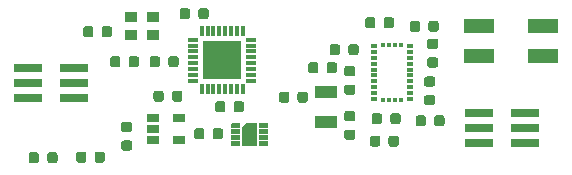
<source format=gts>
G04 #@! TF.GenerationSoftware,KiCad,Pcbnew,(5.99.0-2415-gbbdd3fce7)*
G04 #@! TF.CreationDate,2020-07-30T08:06:23-07:00*
G04 #@! TF.ProjectId,VineHoop_V1_2,56696e65-486f-46f7-905f-56315f322e6b,rev?*
G04 #@! TF.SameCoordinates,Original*
G04 #@! TF.FileFunction,Soldermask,Top*
G04 #@! TF.FilePolarity,Negative*
%FSLAX46Y46*%
G04 Gerber Fmt 4.6, Leading zero omitted, Abs format (unit mm)*
G04 Created by KiCad (PCBNEW (5.99.0-2415-gbbdd3fce7)) date 2020-07-30 08:06:23*
%MOMM*%
%LPD*%
G01*
G04 APERTURE LIST*
%ADD10C,0.010000*%
%ADD11R,1.060000X0.910000*%
%ADD12R,1.900000X1.100000*%
%ADD13R,2.400000X0.760000*%
%ADD14R,2.540000X1.270000*%
%ADD15R,0.525000X0.300000*%
%ADD16R,0.300000X0.425000*%
%ADD17R,3.251200X3.251200*%
%ADD18R,0.812800X0.304800*%
%ADD19R,0.304800X0.812800*%
%ADD20R,1.060000X0.650000*%
G04 APERTURE END LIST*
G36*
X151981234Y-68165137D02*
G01*
X151986453Y-68165548D01*
X151991643Y-68166231D01*
X151996791Y-68167185D01*
X152001882Y-68168407D01*
X152006902Y-68169894D01*
X152011837Y-68171642D01*
X152016674Y-68173645D01*
X152021399Y-68175899D01*
X152026000Y-68178397D01*
X152030464Y-68181133D01*
X152034779Y-68184098D01*
X152038932Y-68187285D01*
X152042913Y-68190686D01*
X152046711Y-68194289D01*
X152050314Y-68198087D01*
X152053715Y-68202068D01*
X152056902Y-68206221D01*
X152059867Y-68210536D01*
X152062603Y-68215000D01*
X152065101Y-68219601D01*
X152067355Y-68224326D01*
X152069358Y-68229163D01*
X152071106Y-68234098D01*
X152072593Y-68239118D01*
X152073815Y-68244209D01*
X152074769Y-68249357D01*
X152075452Y-68254547D01*
X152075863Y-68259766D01*
X152076000Y-68265000D01*
X152076000Y-69965000D01*
X152075863Y-69970234D01*
X152075452Y-69975453D01*
X152074769Y-69980643D01*
X152073815Y-69985791D01*
X152072593Y-69990882D01*
X152071106Y-69995902D01*
X152069358Y-70000837D01*
X152067355Y-70005674D01*
X152065101Y-70010399D01*
X152062603Y-70015000D01*
X152059867Y-70019464D01*
X152056902Y-70023779D01*
X152053715Y-70027932D01*
X152050314Y-70031913D01*
X152046711Y-70035711D01*
X152042913Y-70039314D01*
X152038932Y-70042715D01*
X152034779Y-70045902D01*
X152030464Y-70048867D01*
X152026000Y-70051603D01*
X152021399Y-70054101D01*
X152016674Y-70056355D01*
X152011837Y-70058358D01*
X152006902Y-70060106D01*
X152001882Y-70061593D01*
X151996791Y-70062815D01*
X151991643Y-70063769D01*
X151986453Y-70064452D01*
X151981234Y-70064863D01*
X151976000Y-70065000D01*
X150976000Y-70065000D01*
X150970766Y-70064863D01*
X150965547Y-70064452D01*
X150960357Y-70063769D01*
X150955209Y-70062815D01*
X150950118Y-70061593D01*
X150945098Y-70060106D01*
X150940163Y-70058358D01*
X150935326Y-70056355D01*
X150930601Y-70054101D01*
X150926000Y-70051603D01*
X150921536Y-70048867D01*
X150917221Y-70045902D01*
X150913068Y-70042715D01*
X150909087Y-70039314D01*
X150905289Y-70035711D01*
X150901686Y-70031913D01*
X150898285Y-70027932D01*
X150895098Y-70023779D01*
X150892133Y-70019464D01*
X150889397Y-70015000D01*
X150886899Y-70010399D01*
X150884645Y-70005674D01*
X150882642Y-70000837D01*
X150880894Y-69995902D01*
X150879407Y-69990882D01*
X150878185Y-69985791D01*
X150877231Y-69980643D01*
X150876548Y-69975453D01*
X150876137Y-69970234D01*
X150876000Y-69965000D01*
X150876000Y-68494291D01*
X151205291Y-68165000D01*
X151976000Y-68165000D01*
X151981234Y-68165137D01*
G37*
D10*
X151981234Y-68165137D02*
X151986453Y-68165548D01*
X151991643Y-68166231D01*
X151996791Y-68167185D01*
X152001882Y-68168407D01*
X152006902Y-68169894D01*
X152011837Y-68171642D01*
X152016674Y-68173645D01*
X152021399Y-68175899D01*
X152026000Y-68178397D01*
X152030464Y-68181133D01*
X152034779Y-68184098D01*
X152038932Y-68187285D01*
X152042913Y-68190686D01*
X152046711Y-68194289D01*
X152050314Y-68198087D01*
X152053715Y-68202068D01*
X152056902Y-68206221D01*
X152059867Y-68210536D01*
X152062603Y-68215000D01*
X152065101Y-68219601D01*
X152067355Y-68224326D01*
X152069358Y-68229163D01*
X152071106Y-68234098D01*
X152072593Y-68239118D01*
X152073815Y-68244209D01*
X152074769Y-68249357D01*
X152075452Y-68254547D01*
X152075863Y-68259766D01*
X152076000Y-68265000D01*
X152076000Y-69965000D01*
X152075863Y-69970234D01*
X152075452Y-69975453D01*
X152074769Y-69980643D01*
X152073815Y-69985791D01*
X152072593Y-69990882D01*
X152071106Y-69995902D01*
X152069358Y-70000837D01*
X152067355Y-70005674D01*
X152065101Y-70010399D01*
X152062603Y-70015000D01*
X152059867Y-70019464D01*
X152056902Y-70023779D01*
X152053715Y-70027932D01*
X152050314Y-70031913D01*
X152046711Y-70035711D01*
X152042913Y-70039314D01*
X152038932Y-70042715D01*
X152034779Y-70045902D01*
X152030464Y-70048867D01*
X152026000Y-70051603D01*
X152021399Y-70054101D01*
X152016674Y-70056355D01*
X152011837Y-70058358D01*
X152006902Y-70060106D01*
X152001882Y-70061593D01*
X151996791Y-70062815D01*
X151991643Y-70063769D01*
X151986453Y-70064452D01*
X151981234Y-70064863D01*
X151976000Y-70065000D01*
X150976000Y-70065000D01*
X150970766Y-70064863D01*
X150965547Y-70064452D01*
X150960357Y-70063769D01*
X150955209Y-70062815D01*
X150950118Y-70061593D01*
X150945098Y-70060106D01*
X150940163Y-70058358D01*
X150935326Y-70056355D01*
X150930601Y-70054101D01*
X150926000Y-70051603D01*
X150921536Y-70048867D01*
X150917221Y-70045902D01*
X150913068Y-70042715D01*
X150909087Y-70039314D01*
X150905289Y-70035711D01*
X150901686Y-70031913D01*
X150898285Y-70027932D01*
X150895098Y-70023779D01*
X150892133Y-70019464D01*
X150889397Y-70015000D01*
X150886899Y-70010399D01*
X150884645Y-70005674D01*
X150882642Y-70000837D01*
X150880894Y-69995902D01*
X150879407Y-69990882D01*
X150878185Y-69985791D01*
X150877231Y-69980643D01*
X150876548Y-69975453D01*
X150876137Y-69970234D01*
X150876000Y-69965000D01*
X150876000Y-68494291D01*
X151205291Y-68165000D01*
X151976000Y-68165000D01*
X151981234Y-68165137D01*
G36*
X152928617Y-69690069D02*
G01*
X152931226Y-69690274D01*
X152933822Y-69690616D01*
X152936396Y-69691093D01*
X152938941Y-69691704D01*
X152941451Y-69692447D01*
X152943918Y-69693321D01*
X152946337Y-69694323D01*
X152948700Y-69695450D01*
X152951000Y-69696699D01*
X152953232Y-69698066D01*
X152955389Y-69699549D01*
X152957466Y-69701143D01*
X152959457Y-69702843D01*
X152961355Y-69704645D01*
X152963157Y-69706543D01*
X152964857Y-69708534D01*
X152966451Y-69710611D01*
X152967934Y-69712768D01*
X152969301Y-69715000D01*
X152970550Y-69717300D01*
X152971677Y-69719663D01*
X152972679Y-69722082D01*
X152973553Y-69724549D01*
X152974296Y-69727059D01*
X152974907Y-69729604D01*
X152975384Y-69732178D01*
X152975726Y-69734774D01*
X152975931Y-69737383D01*
X152976000Y-69740000D01*
X152976000Y-69990000D01*
X152975931Y-69992617D01*
X152975726Y-69995226D01*
X152975384Y-69997822D01*
X152974907Y-70000396D01*
X152974296Y-70002941D01*
X152973553Y-70005451D01*
X152972679Y-70007918D01*
X152971677Y-70010337D01*
X152970550Y-70012700D01*
X152969301Y-70015000D01*
X152967934Y-70017232D01*
X152966451Y-70019389D01*
X152964857Y-70021466D01*
X152963157Y-70023457D01*
X152961355Y-70025355D01*
X152959457Y-70027157D01*
X152957466Y-70028857D01*
X152955389Y-70030451D01*
X152953232Y-70031934D01*
X152951000Y-70033301D01*
X152948700Y-70034550D01*
X152946337Y-70035677D01*
X152943918Y-70036679D01*
X152941451Y-70037553D01*
X152938941Y-70038296D01*
X152936396Y-70038907D01*
X152933822Y-70039384D01*
X152931226Y-70039726D01*
X152928617Y-70039931D01*
X152926000Y-70040000D01*
X152376000Y-70040000D01*
X152373383Y-70039931D01*
X152370774Y-70039726D01*
X152368178Y-70039384D01*
X152365604Y-70038907D01*
X152363059Y-70038296D01*
X152360549Y-70037553D01*
X152358082Y-70036679D01*
X152355663Y-70035677D01*
X152353300Y-70034550D01*
X152351000Y-70033301D01*
X152348768Y-70031934D01*
X152346611Y-70030451D01*
X152344534Y-70028857D01*
X152342543Y-70027157D01*
X152340645Y-70025355D01*
X152338843Y-70023457D01*
X152337143Y-70021466D01*
X152335549Y-70019389D01*
X152334066Y-70017232D01*
X152332699Y-70015000D01*
X152331450Y-70012700D01*
X152330323Y-70010337D01*
X152329321Y-70007918D01*
X152328447Y-70005451D01*
X152327704Y-70002941D01*
X152327093Y-70000396D01*
X152326616Y-69997822D01*
X152326274Y-69995226D01*
X152326069Y-69992617D01*
X152326000Y-69990000D01*
X152326000Y-69740000D01*
X152326069Y-69737383D01*
X152326274Y-69734774D01*
X152326616Y-69732178D01*
X152327093Y-69729604D01*
X152327704Y-69727059D01*
X152328447Y-69724549D01*
X152329321Y-69722082D01*
X152330323Y-69719663D01*
X152331450Y-69717300D01*
X152332699Y-69715000D01*
X152334066Y-69712768D01*
X152335549Y-69710611D01*
X152337143Y-69708534D01*
X152338843Y-69706543D01*
X152340645Y-69704645D01*
X152342543Y-69702843D01*
X152344534Y-69701143D01*
X152346611Y-69699549D01*
X152348768Y-69698066D01*
X152351000Y-69696699D01*
X152353300Y-69695450D01*
X152355663Y-69694323D01*
X152358082Y-69693321D01*
X152360549Y-69692447D01*
X152363059Y-69691704D01*
X152365604Y-69691093D01*
X152368178Y-69690616D01*
X152370774Y-69690274D01*
X152373383Y-69690069D01*
X152376000Y-69690000D01*
X152926000Y-69690000D01*
X152928617Y-69690069D01*
G37*
X152928617Y-69690069D02*
X152931226Y-69690274D01*
X152933822Y-69690616D01*
X152936396Y-69691093D01*
X152938941Y-69691704D01*
X152941451Y-69692447D01*
X152943918Y-69693321D01*
X152946337Y-69694323D01*
X152948700Y-69695450D01*
X152951000Y-69696699D01*
X152953232Y-69698066D01*
X152955389Y-69699549D01*
X152957466Y-69701143D01*
X152959457Y-69702843D01*
X152961355Y-69704645D01*
X152963157Y-69706543D01*
X152964857Y-69708534D01*
X152966451Y-69710611D01*
X152967934Y-69712768D01*
X152969301Y-69715000D01*
X152970550Y-69717300D01*
X152971677Y-69719663D01*
X152972679Y-69722082D01*
X152973553Y-69724549D01*
X152974296Y-69727059D01*
X152974907Y-69729604D01*
X152975384Y-69732178D01*
X152975726Y-69734774D01*
X152975931Y-69737383D01*
X152976000Y-69740000D01*
X152976000Y-69990000D01*
X152975931Y-69992617D01*
X152975726Y-69995226D01*
X152975384Y-69997822D01*
X152974907Y-70000396D01*
X152974296Y-70002941D01*
X152973553Y-70005451D01*
X152972679Y-70007918D01*
X152971677Y-70010337D01*
X152970550Y-70012700D01*
X152969301Y-70015000D01*
X152967934Y-70017232D01*
X152966451Y-70019389D01*
X152964857Y-70021466D01*
X152963157Y-70023457D01*
X152961355Y-70025355D01*
X152959457Y-70027157D01*
X152957466Y-70028857D01*
X152955389Y-70030451D01*
X152953232Y-70031934D01*
X152951000Y-70033301D01*
X152948700Y-70034550D01*
X152946337Y-70035677D01*
X152943918Y-70036679D01*
X152941451Y-70037553D01*
X152938941Y-70038296D01*
X152936396Y-70038907D01*
X152933822Y-70039384D01*
X152931226Y-70039726D01*
X152928617Y-70039931D01*
X152926000Y-70040000D01*
X152376000Y-70040000D01*
X152373383Y-70039931D01*
X152370774Y-70039726D01*
X152368178Y-70039384D01*
X152365604Y-70038907D01*
X152363059Y-70038296D01*
X152360549Y-70037553D01*
X152358082Y-70036679D01*
X152355663Y-70035677D01*
X152353300Y-70034550D01*
X152351000Y-70033301D01*
X152348768Y-70031934D01*
X152346611Y-70030451D01*
X152344534Y-70028857D01*
X152342543Y-70027157D01*
X152340645Y-70025355D01*
X152338843Y-70023457D01*
X152337143Y-70021466D01*
X152335549Y-70019389D01*
X152334066Y-70017232D01*
X152332699Y-70015000D01*
X152331450Y-70012700D01*
X152330323Y-70010337D01*
X152329321Y-70007918D01*
X152328447Y-70005451D01*
X152327704Y-70002941D01*
X152327093Y-70000396D01*
X152326616Y-69997822D01*
X152326274Y-69995226D01*
X152326069Y-69992617D01*
X152326000Y-69990000D01*
X152326000Y-69740000D01*
X152326069Y-69737383D01*
X152326274Y-69734774D01*
X152326616Y-69732178D01*
X152327093Y-69729604D01*
X152327704Y-69727059D01*
X152328447Y-69724549D01*
X152329321Y-69722082D01*
X152330323Y-69719663D01*
X152331450Y-69717300D01*
X152332699Y-69715000D01*
X152334066Y-69712768D01*
X152335549Y-69710611D01*
X152337143Y-69708534D01*
X152338843Y-69706543D01*
X152340645Y-69704645D01*
X152342543Y-69702843D01*
X152344534Y-69701143D01*
X152346611Y-69699549D01*
X152348768Y-69698066D01*
X152351000Y-69696699D01*
X152353300Y-69695450D01*
X152355663Y-69694323D01*
X152358082Y-69693321D01*
X152360549Y-69692447D01*
X152363059Y-69691704D01*
X152365604Y-69691093D01*
X152368178Y-69690616D01*
X152370774Y-69690274D01*
X152373383Y-69690069D01*
X152376000Y-69690000D01*
X152926000Y-69690000D01*
X152928617Y-69690069D01*
G36*
X152928617Y-69190069D02*
G01*
X152931226Y-69190274D01*
X152933822Y-69190616D01*
X152936396Y-69191093D01*
X152938941Y-69191704D01*
X152941451Y-69192447D01*
X152943918Y-69193321D01*
X152946337Y-69194323D01*
X152948700Y-69195450D01*
X152951000Y-69196699D01*
X152953232Y-69198066D01*
X152955389Y-69199549D01*
X152957466Y-69201143D01*
X152959457Y-69202843D01*
X152961355Y-69204645D01*
X152963157Y-69206543D01*
X152964857Y-69208534D01*
X152966451Y-69210611D01*
X152967934Y-69212768D01*
X152969301Y-69215000D01*
X152970550Y-69217300D01*
X152971677Y-69219663D01*
X152972679Y-69222082D01*
X152973553Y-69224549D01*
X152974296Y-69227059D01*
X152974907Y-69229604D01*
X152975384Y-69232178D01*
X152975726Y-69234774D01*
X152975931Y-69237383D01*
X152976000Y-69240000D01*
X152976000Y-69490000D01*
X152975931Y-69492617D01*
X152975726Y-69495226D01*
X152975384Y-69497822D01*
X152974907Y-69500396D01*
X152974296Y-69502941D01*
X152973553Y-69505451D01*
X152972679Y-69507918D01*
X152971677Y-69510337D01*
X152970550Y-69512700D01*
X152969301Y-69515000D01*
X152967934Y-69517232D01*
X152966451Y-69519389D01*
X152964857Y-69521466D01*
X152963157Y-69523457D01*
X152961355Y-69525355D01*
X152959457Y-69527157D01*
X152957466Y-69528857D01*
X152955389Y-69530451D01*
X152953232Y-69531934D01*
X152951000Y-69533301D01*
X152948700Y-69534550D01*
X152946337Y-69535677D01*
X152943918Y-69536679D01*
X152941451Y-69537553D01*
X152938941Y-69538296D01*
X152936396Y-69538907D01*
X152933822Y-69539384D01*
X152931226Y-69539726D01*
X152928617Y-69539931D01*
X152926000Y-69540000D01*
X152376000Y-69540000D01*
X152373383Y-69539931D01*
X152370774Y-69539726D01*
X152368178Y-69539384D01*
X152365604Y-69538907D01*
X152363059Y-69538296D01*
X152360549Y-69537553D01*
X152358082Y-69536679D01*
X152355663Y-69535677D01*
X152353300Y-69534550D01*
X152351000Y-69533301D01*
X152348768Y-69531934D01*
X152346611Y-69530451D01*
X152344534Y-69528857D01*
X152342543Y-69527157D01*
X152340645Y-69525355D01*
X152338843Y-69523457D01*
X152337143Y-69521466D01*
X152335549Y-69519389D01*
X152334066Y-69517232D01*
X152332699Y-69515000D01*
X152331450Y-69512700D01*
X152330323Y-69510337D01*
X152329321Y-69507918D01*
X152328447Y-69505451D01*
X152327704Y-69502941D01*
X152327093Y-69500396D01*
X152326616Y-69497822D01*
X152326274Y-69495226D01*
X152326069Y-69492617D01*
X152326000Y-69490000D01*
X152326000Y-69240000D01*
X152326069Y-69237383D01*
X152326274Y-69234774D01*
X152326616Y-69232178D01*
X152327093Y-69229604D01*
X152327704Y-69227059D01*
X152328447Y-69224549D01*
X152329321Y-69222082D01*
X152330323Y-69219663D01*
X152331450Y-69217300D01*
X152332699Y-69215000D01*
X152334066Y-69212768D01*
X152335549Y-69210611D01*
X152337143Y-69208534D01*
X152338843Y-69206543D01*
X152340645Y-69204645D01*
X152342543Y-69202843D01*
X152344534Y-69201143D01*
X152346611Y-69199549D01*
X152348768Y-69198066D01*
X152351000Y-69196699D01*
X152353300Y-69195450D01*
X152355663Y-69194323D01*
X152358082Y-69193321D01*
X152360549Y-69192447D01*
X152363059Y-69191704D01*
X152365604Y-69191093D01*
X152368178Y-69190616D01*
X152370774Y-69190274D01*
X152373383Y-69190069D01*
X152376000Y-69190000D01*
X152926000Y-69190000D01*
X152928617Y-69190069D01*
G37*
X152928617Y-69190069D02*
X152931226Y-69190274D01*
X152933822Y-69190616D01*
X152936396Y-69191093D01*
X152938941Y-69191704D01*
X152941451Y-69192447D01*
X152943918Y-69193321D01*
X152946337Y-69194323D01*
X152948700Y-69195450D01*
X152951000Y-69196699D01*
X152953232Y-69198066D01*
X152955389Y-69199549D01*
X152957466Y-69201143D01*
X152959457Y-69202843D01*
X152961355Y-69204645D01*
X152963157Y-69206543D01*
X152964857Y-69208534D01*
X152966451Y-69210611D01*
X152967934Y-69212768D01*
X152969301Y-69215000D01*
X152970550Y-69217300D01*
X152971677Y-69219663D01*
X152972679Y-69222082D01*
X152973553Y-69224549D01*
X152974296Y-69227059D01*
X152974907Y-69229604D01*
X152975384Y-69232178D01*
X152975726Y-69234774D01*
X152975931Y-69237383D01*
X152976000Y-69240000D01*
X152976000Y-69490000D01*
X152975931Y-69492617D01*
X152975726Y-69495226D01*
X152975384Y-69497822D01*
X152974907Y-69500396D01*
X152974296Y-69502941D01*
X152973553Y-69505451D01*
X152972679Y-69507918D01*
X152971677Y-69510337D01*
X152970550Y-69512700D01*
X152969301Y-69515000D01*
X152967934Y-69517232D01*
X152966451Y-69519389D01*
X152964857Y-69521466D01*
X152963157Y-69523457D01*
X152961355Y-69525355D01*
X152959457Y-69527157D01*
X152957466Y-69528857D01*
X152955389Y-69530451D01*
X152953232Y-69531934D01*
X152951000Y-69533301D01*
X152948700Y-69534550D01*
X152946337Y-69535677D01*
X152943918Y-69536679D01*
X152941451Y-69537553D01*
X152938941Y-69538296D01*
X152936396Y-69538907D01*
X152933822Y-69539384D01*
X152931226Y-69539726D01*
X152928617Y-69539931D01*
X152926000Y-69540000D01*
X152376000Y-69540000D01*
X152373383Y-69539931D01*
X152370774Y-69539726D01*
X152368178Y-69539384D01*
X152365604Y-69538907D01*
X152363059Y-69538296D01*
X152360549Y-69537553D01*
X152358082Y-69536679D01*
X152355663Y-69535677D01*
X152353300Y-69534550D01*
X152351000Y-69533301D01*
X152348768Y-69531934D01*
X152346611Y-69530451D01*
X152344534Y-69528857D01*
X152342543Y-69527157D01*
X152340645Y-69525355D01*
X152338843Y-69523457D01*
X152337143Y-69521466D01*
X152335549Y-69519389D01*
X152334066Y-69517232D01*
X152332699Y-69515000D01*
X152331450Y-69512700D01*
X152330323Y-69510337D01*
X152329321Y-69507918D01*
X152328447Y-69505451D01*
X152327704Y-69502941D01*
X152327093Y-69500396D01*
X152326616Y-69497822D01*
X152326274Y-69495226D01*
X152326069Y-69492617D01*
X152326000Y-69490000D01*
X152326000Y-69240000D01*
X152326069Y-69237383D01*
X152326274Y-69234774D01*
X152326616Y-69232178D01*
X152327093Y-69229604D01*
X152327704Y-69227059D01*
X152328447Y-69224549D01*
X152329321Y-69222082D01*
X152330323Y-69219663D01*
X152331450Y-69217300D01*
X152332699Y-69215000D01*
X152334066Y-69212768D01*
X152335549Y-69210611D01*
X152337143Y-69208534D01*
X152338843Y-69206543D01*
X152340645Y-69204645D01*
X152342543Y-69202843D01*
X152344534Y-69201143D01*
X152346611Y-69199549D01*
X152348768Y-69198066D01*
X152351000Y-69196699D01*
X152353300Y-69195450D01*
X152355663Y-69194323D01*
X152358082Y-69193321D01*
X152360549Y-69192447D01*
X152363059Y-69191704D01*
X152365604Y-69191093D01*
X152368178Y-69190616D01*
X152370774Y-69190274D01*
X152373383Y-69190069D01*
X152376000Y-69190000D01*
X152926000Y-69190000D01*
X152928617Y-69190069D01*
G36*
X152928617Y-68690069D02*
G01*
X152931226Y-68690274D01*
X152933822Y-68690616D01*
X152936396Y-68691093D01*
X152938941Y-68691704D01*
X152941451Y-68692447D01*
X152943918Y-68693321D01*
X152946337Y-68694323D01*
X152948700Y-68695450D01*
X152951000Y-68696699D01*
X152953232Y-68698066D01*
X152955389Y-68699549D01*
X152957466Y-68701143D01*
X152959457Y-68702843D01*
X152961355Y-68704645D01*
X152963157Y-68706543D01*
X152964857Y-68708534D01*
X152966451Y-68710611D01*
X152967934Y-68712768D01*
X152969301Y-68715000D01*
X152970550Y-68717300D01*
X152971677Y-68719663D01*
X152972679Y-68722082D01*
X152973553Y-68724549D01*
X152974296Y-68727059D01*
X152974907Y-68729604D01*
X152975384Y-68732178D01*
X152975726Y-68734774D01*
X152975931Y-68737383D01*
X152976000Y-68740000D01*
X152976000Y-68990000D01*
X152975931Y-68992617D01*
X152975726Y-68995226D01*
X152975384Y-68997822D01*
X152974907Y-69000396D01*
X152974296Y-69002941D01*
X152973553Y-69005451D01*
X152972679Y-69007918D01*
X152971677Y-69010337D01*
X152970550Y-69012700D01*
X152969301Y-69015000D01*
X152967934Y-69017232D01*
X152966451Y-69019389D01*
X152964857Y-69021466D01*
X152963157Y-69023457D01*
X152961355Y-69025355D01*
X152959457Y-69027157D01*
X152957466Y-69028857D01*
X152955389Y-69030451D01*
X152953232Y-69031934D01*
X152951000Y-69033301D01*
X152948700Y-69034550D01*
X152946337Y-69035677D01*
X152943918Y-69036679D01*
X152941451Y-69037553D01*
X152938941Y-69038296D01*
X152936396Y-69038907D01*
X152933822Y-69039384D01*
X152931226Y-69039726D01*
X152928617Y-69039931D01*
X152926000Y-69040000D01*
X152376000Y-69040000D01*
X152373383Y-69039931D01*
X152370774Y-69039726D01*
X152368178Y-69039384D01*
X152365604Y-69038907D01*
X152363059Y-69038296D01*
X152360549Y-69037553D01*
X152358082Y-69036679D01*
X152355663Y-69035677D01*
X152353300Y-69034550D01*
X152351000Y-69033301D01*
X152348768Y-69031934D01*
X152346611Y-69030451D01*
X152344534Y-69028857D01*
X152342543Y-69027157D01*
X152340645Y-69025355D01*
X152338843Y-69023457D01*
X152337143Y-69021466D01*
X152335549Y-69019389D01*
X152334066Y-69017232D01*
X152332699Y-69015000D01*
X152331450Y-69012700D01*
X152330323Y-69010337D01*
X152329321Y-69007918D01*
X152328447Y-69005451D01*
X152327704Y-69002941D01*
X152327093Y-69000396D01*
X152326616Y-68997822D01*
X152326274Y-68995226D01*
X152326069Y-68992617D01*
X152326000Y-68990000D01*
X152326000Y-68740000D01*
X152326069Y-68737383D01*
X152326274Y-68734774D01*
X152326616Y-68732178D01*
X152327093Y-68729604D01*
X152327704Y-68727059D01*
X152328447Y-68724549D01*
X152329321Y-68722082D01*
X152330323Y-68719663D01*
X152331450Y-68717300D01*
X152332699Y-68715000D01*
X152334066Y-68712768D01*
X152335549Y-68710611D01*
X152337143Y-68708534D01*
X152338843Y-68706543D01*
X152340645Y-68704645D01*
X152342543Y-68702843D01*
X152344534Y-68701143D01*
X152346611Y-68699549D01*
X152348768Y-68698066D01*
X152351000Y-68696699D01*
X152353300Y-68695450D01*
X152355663Y-68694323D01*
X152358082Y-68693321D01*
X152360549Y-68692447D01*
X152363059Y-68691704D01*
X152365604Y-68691093D01*
X152368178Y-68690616D01*
X152370774Y-68690274D01*
X152373383Y-68690069D01*
X152376000Y-68690000D01*
X152926000Y-68690000D01*
X152928617Y-68690069D01*
G37*
X152928617Y-68690069D02*
X152931226Y-68690274D01*
X152933822Y-68690616D01*
X152936396Y-68691093D01*
X152938941Y-68691704D01*
X152941451Y-68692447D01*
X152943918Y-68693321D01*
X152946337Y-68694323D01*
X152948700Y-68695450D01*
X152951000Y-68696699D01*
X152953232Y-68698066D01*
X152955389Y-68699549D01*
X152957466Y-68701143D01*
X152959457Y-68702843D01*
X152961355Y-68704645D01*
X152963157Y-68706543D01*
X152964857Y-68708534D01*
X152966451Y-68710611D01*
X152967934Y-68712768D01*
X152969301Y-68715000D01*
X152970550Y-68717300D01*
X152971677Y-68719663D01*
X152972679Y-68722082D01*
X152973553Y-68724549D01*
X152974296Y-68727059D01*
X152974907Y-68729604D01*
X152975384Y-68732178D01*
X152975726Y-68734774D01*
X152975931Y-68737383D01*
X152976000Y-68740000D01*
X152976000Y-68990000D01*
X152975931Y-68992617D01*
X152975726Y-68995226D01*
X152975384Y-68997822D01*
X152974907Y-69000396D01*
X152974296Y-69002941D01*
X152973553Y-69005451D01*
X152972679Y-69007918D01*
X152971677Y-69010337D01*
X152970550Y-69012700D01*
X152969301Y-69015000D01*
X152967934Y-69017232D01*
X152966451Y-69019389D01*
X152964857Y-69021466D01*
X152963157Y-69023457D01*
X152961355Y-69025355D01*
X152959457Y-69027157D01*
X152957466Y-69028857D01*
X152955389Y-69030451D01*
X152953232Y-69031934D01*
X152951000Y-69033301D01*
X152948700Y-69034550D01*
X152946337Y-69035677D01*
X152943918Y-69036679D01*
X152941451Y-69037553D01*
X152938941Y-69038296D01*
X152936396Y-69038907D01*
X152933822Y-69039384D01*
X152931226Y-69039726D01*
X152928617Y-69039931D01*
X152926000Y-69040000D01*
X152376000Y-69040000D01*
X152373383Y-69039931D01*
X152370774Y-69039726D01*
X152368178Y-69039384D01*
X152365604Y-69038907D01*
X152363059Y-69038296D01*
X152360549Y-69037553D01*
X152358082Y-69036679D01*
X152355663Y-69035677D01*
X152353300Y-69034550D01*
X152351000Y-69033301D01*
X152348768Y-69031934D01*
X152346611Y-69030451D01*
X152344534Y-69028857D01*
X152342543Y-69027157D01*
X152340645Y-69025355D01*
X152338843Y-69023457D01*
X152337143Y-69021466D01*
X152335549Y-69019389D01*
X152334066Y-69017232D01*
X152332699Y-69015000D01*
X152331450Y-69012700D01*
X152330323Y-69010337D01*
X152329321Y-69007918D01*
X152328447Y-69005451D01*
X152327704Y-69002941D01*
X152327093Y-69000396D01*
X152326616Y-68997822D01*
X152326274Y-68995226D01*
X152326069Y-68992617D01*
X152326000Y-68990000D01*
X152326000Y-68740000D01*
X152326069Y-68737383D01*
X152326274Y-68734774D01*
X152326616Y-68732178D01*
X152327093Y-68729604D01*
X152327704Y-68727059D01*
X152328447Y-68724549D01*
X152329321Y-68722082D01*
X152330323Y-68719663D01*
X152331450Y-68717300D01*
X152332699Y-68715000D01*
X152334066Y-68712768D01*
X152335549Y-68710611D01*
X152337143Y-68708534D01*
X152338843Y-68706543D01*
X152340645Y-68704645D01*
X152342543Y-68702843D01*
X152344534Y-68701143D01*
X152346611Y-68699549D01*
X152348768Y-68698066D01*
X152351000Y-68696699D01*
X152353300Y-68695450D01*
X152355663Y-68694323D01*
X152358082Y-68693321D01*
X152360549Y-68692447D01*
X152363059Y-68691704D01*
X152365604Y-68691093D01*
X152368178Y-68690616D01*
X152370774Y-68690274D01*
X152373383Y-68690069D01*
X152376000Y-68690000D01*
X152926000Y-68690000D01*
X152928617Y-68690069D01*
G36*
X152928617Y-68190069D02*
G01*
X152931226Y-68190274D01*
X152933822Y-68190616D01*
X152936396Y-68191093D01*
X152938941Y-68191704D01*
X152941451Y-68192447D01*
X152943918Y-68193321D01*
X152946337Y-68194323D01*
X152948700Y-68195450D01*
X152951000Y-68196699D01*
X152953232Y-68198066D01*
X152955389Y-68199549D01*
X152957466Y-68201143D01*
X152959457Y-68202843D01*
X152961355Y-68204645D01*
X152963157Y-68206543D01*
X152964857Y-68208534D01*
X152966451Y-68210611D01*
X152967934Y-68212768D01*
X152969301Y-68215000D01*
X152970550Y-68217300D01*
X152971677Y-68219663D01*
X152972679Y-68222082D01*
X152973553Y-68224549D01*
X152974296Y-68227059D01*
X152974907Y-68229604D01*
X152975384Y-68232178D01*
X152975726Y-68234774D01*
X152975931Y-68237383D01*
X152976000Y-68240000D01*
X152976000Y-68490000D01*
X152975931Y-68492617D01*
X152975726Y-68495226D01*
X152975384Y-68497822D01*
X152974907Y-68500396D01*
X152974296Y-68502941D01*
X152973553Y-68505451D01*
X152972679Y-68507918D01*
X152971677Y-68510337D01*
X152970550Y-68512700D01*
X152969301Y-68515000D01*
X152967934Y-68517232D01*
X152966451Y-68519389D01*
X152964857Y-68521466D01*
X152963157Y-68523457D01*
X152961355Y-68525355D01*
X152959457Y-68527157D01*
X152957466Y-68528857D01*
X152955389Y-68530451D01*
X152953232Y-68531934D01*
X152951000Y-68533301D01*
X152948700Y-68534550D01*
X152946337Y-68535677D01*
X152943918Y-68536679D01*
X152941451Y-68537553D01*
X152938941Y-68538296D01*
X152936396Y-68538907D01*
X152933822Y-68539384D01*
X152931226Y-68539726D01*
X152928617Y-68539931D01*
X152926000Y-68540000D01*
X152376000Y-68540000D01*
X152373383Y-68539931D01*
X152370774Y-68539726D01*
X152368178Y-68539384D01*
X152365604Y-68538907D01*
X152363059Y-68538296D01*
X152360549Y-68537553D01*
X152358082Y-68536679D01*
X152355663Y-68535677D01*
X152353300Y-68534550D01*
X152351000Y-68533301D01*
X152348768Y-68531934D01*
X152346611Y-68530451D01*
X152344534Y-68528857D01*
X152342543Y-68527157D01*
X152340645Y-68525355D01*
X152338843Y-68523457D01*
X152337143Y-68521466D01*
X152335549Y-68519389D01*
X152334066Y-68517232D01*
X152332699Y-68515000D01*
X152331450Y-68512700D01*
X152330323Y-68510337D01*
X152329321Y-68507918D01*
X152328447Y-68505451D01*
X152327704Y-68502941D01*
X152327093Y-68500396D01*
X152326616Y-68497822D01*
X152326274Y-68495226D01*
X152326069Y-68492617D01*
X152326000Y-68490000D01*
X152326000Y-68240000D01*
X152326069Y-68237383D01*
X152326274Y-68234774D01*
X152326616Y-68232178D01*
X152327093Y-68229604D01*
X152327704Y-68227059D01*
X152328447Y-68224549D01*
X152329321Y-68222082D01*
X152330323Y-68219663D01*
X152331450Y-68217300D01*
X152332699Y-68215000D01*
X152334066Y-68212768D01*
X152335549Y-68210611D01*
X152337143Y-68208534D01*
X152338843Y-68206543D01*
X152340645Y-68204645D01*
X152342543Y-68202843D01*
X152344534Y-68201143D01*
X152346611Y-68199549D01*
X152348768Y-68198066D01*
X152351000Y-68196699D01*
X152353300Y-68195450D01*
X152355663Y-68194323D01*
X152358082Y-68193321D01*
X152360549Y-68192447D01*
X152363059Y-68191704D01*
X152365604Y-68191093D01*
X152368178Y-68190616D01*
X152370774Y-68190274D01*
X152373383Y-68190069D01*
X152376000Y-68190000D01*
X152926000Y-68190000D01*
X152928617Y-68190069D01*
G37*
X152928617Y-68190069D02*
X152931226Y-68190274D01*
X152933822Y-68190616D01*
X152936396Y-68191093D01*
X152938941Y-68191704D01*
X152941451Y-68192447D01*
X152943918Y-68193321D01*
X152946337Y-68194323D01*
X152948700Y-68195450D01*
X152951000Y-68196699D01*
X152953232Y-68198066D01*
X152955389Y-68199549D01*
X152957466Y-68201143D01*
X152959457Y-68202843D01*
X152961355Y-68204645D01*
X152963157Y-68206543D01*
X152964857Y-68208534D01*
X152966451Y-68210611D01*
X152967934Y-68212768D01*
X152969301Y-68215000D01*
X152970550Y-68217300D01*
X152971677Y-68219663D01*
X152972679Y-68222082D01*
X152973553Y-68224549D01*
X152974296Y-68227059D01*
X152974907Y-68229604D01*
X152975384Y-68232178D01*
X152975726Y-68234774D01*
X152975931Y-68237383D01*
X152976000Y-68240000D01*
X152976000Y-68490000D01*
X152975931Y-68492617D01*
X152975726Y-68495226D01*
X152975384Y-68497822D01*
X152974907Y-68500396D01*
X152974296Y-68502941D01*
X152973553Y-68505451D01*
X152972679Y-68507918D01*
X152971677Y-68510337D01*
X152970550Y-68512700D01*
X152969301Y-68515000D01*
X152967934Y-68517232D01*
X152966451Y-68519389D01*
X152964857Y-68521466D01*
X152963157Y-68523457D01*
X152961355Y-68525355D01*
X152959457Y-68527157D01*
X152957466Y-68528857D01*
X152955389Y-68530451D01*
X152953232Y-68531934D01*
X152951000Y-68533301D01*
X152948700Y-68534550D01*
X152946337Y-68535677D01*
X152943918Y-68536679D01*
X152941451Y-68537553D01*
X152938941Y-68538296D01*
X152936396Y-68538907D01*
X152933822Y-68539384D01*
X152931226Y-68539726D01*
X152928617Y-68539931D01*
X152926000Y-68540000D01*
X152376000Y-68540000D01*
X152373383Y-68539931D01*
X152370774Y-68539726D01*
X152368178Y-68539384D01*
X152365604Y-68538907D01*
X152363059Y-68538296D01*
X152360549Y-68537553D01*
X152358082Y-68536679D01*
X152355663Y-68535677D01*
X152353300Y-68534550D01*
X152351000Y-68533301D01*
X152348768Y-68531934D01*
X152346611Y-68530451D01*
X152344534Y-68528857D01*
X152342543Y-68527157D01*
X152340645Y-68525355D01*
X152338843Y-68523457D01*
X152337143Y-68521466D01*
X152335549Y-68519389D01*
X152334066Y-68517232D01*
X152332699Y-68515000D01*
X152331450Y-68512700D01*
X152330323Y-68510337D01*
X152329321Y-68507918D01*
X152328447Y-68505451D01*
X152327704Y-68502941D01*
X152327093Y-68500396D01*
X152326616Y-68497822D01*
X152326274Y-68495226D01*
X152326069Y-68492617D01*
X152326000Y-68490000D01*
X152326000Y-68240000D01*
X152326069Y-68237383D01*
X152326274Y-68234774D01*
X152326616Y-68232178D01*
X152327093Y-68229604D01*
X152327704Y-68227059D01*
X152328447Y-68224549D01*
X152329321Y-68222082D01*
X152330323Y-68219663D01*
X152331450Y-68217300D01*
X152332699Y-68215000D01*
X152334066Y-68212768D01*
X152335549Y-68210611D01*
X152337143Y-68208534D01*
X152338843Y-68206543D01*
X152340645Y-68204645D01*
X152342543Y-68202843D01*
X152344534Y-68201143D01*
X152346611Y-68199549D01*
X152348768Y-68198066D01*
X152351000Y-68196699D01*
X152353300Y-68195450D01*
X152355663Y-68194323D01*
X152358082Y-68193321D01*
X152360549Y-68192447D01*
X152363059Y-68191704D01*
X152365604Y-68191093D01*
X152368178Y-68190616D01*
X152370774Y-68190274D01*
X152373383Y-68190069D01*
X152376000Y-68190000D01*
X152926000Y-68190000D01*
X152928617Y-68190069D01*
G36*
X150578617Y-69690069D02*
G01*
X150581226Y-69690274D01*
X150583822Y-69690616D01*
X150586396Y-69691093D01*
X150588941Y-69691704D01*
X150591451Y-69692447D01*
X150593918Y-69693321D01*
X150596337Y-69694323D01*
X150598700Y-69695450D01*
X150601000Y-69696699D01*
X150603232Y-69698066D01*
X150605389Y-69699549D01*
X150607466Y-69701143D01*
X150609457Y-69702843D01*
X150611355Y-69704645D01*
X150613157Y-69706543D01*
X150614857Y-69708534D01*
X150616451Y-69710611D01*
X150617934Y-69712768D01*
X150619301Y-69715000D01*
X150620550Y-69717300D01*
X150621677Y-69719663D01*
X150622679Y-69722082D01*
X150623553Y-69724549D01*
X150624296Y-69727059D01*
X150624907Y-69729604D01*
X150625384Y-69732178D01*
X150625726Y-69734774D01*
X150625931Y-69737383D01*
X150626000Y-69740000D01*
X150626000Y-69990000D01*
X150625931Y-69992617D01*
X150625726Y-69995226D01*
X150625384Y-69997822D01*
X150624907Y-70000396D01*
X150624296Y-70002941D01*
X150623553Y-70005451D01*
X150622679Y-70007918D01*
X150621677Y-70010337D01*
X150620550Y-70012700D01*
X150619301Y-70015000D01*
X150617934Y-70017232D01*
X150616451Y-70019389D01*
X150614857Y-70021466D01*
X150613157Y-70023457D01*
X150611355Y-70025355D01*
X150609457Y-70027157D01*
X150607466Y-70028857D01*
X150605389Y-70030451D01*
X150603232Y-70031934D01*
X150601000Y-70033301D01*
X150598700Y-70034550D01*
X150596337Y-70035677D01*
X150593918Y-70036679D01*
X150591451Y-70037553D01*
X150588941Y-70038296D01*
X150586396Y-70038907D01*
X150583822Y-70039384D01*
X150581226Y-70039726D01*
X150578617Y-70039931D01*
X150576000Y-70040000D01*
X150026000Y-70040000D01*
X150023383Y-70039931D01*
X150020774Y-70039726D01*
X150018178Y-70039384D01*
X150015604Y-70038907D01*
X150013059Y-70038296D01*
X150010549Y-70037553D01*
X150008082Y-70036679D01*
X150005663Y-70035677D01*
X150003300Y-70034550D01*
X150001000Y-70033301D01*
X149998768Y-70031934D01*
X149996611Y-70030451D01*
X149994534Y-70028857D01*
X149992543Y-70027157D01*
X149990645Y-70025355D01*
X149988843Y-70023457D01*
X149987143Y-70021466D01*
X149985549Y-70019389D01*
X149984066Y-70017232D01*
X149982699Y-70015000D01*
X149981450Y-70012700D01*
X149980323Y-70010337D01*
X149979321Y-70007918D01*
X149978447Y-70005451D01*
X149977704Y-70002941D01*
X149977093Y-70000396D01*
X149976616Y-69997822D01*
X149976274Y-69995226D01*
X149976069Y-69992617D01*
X149976000Y-69990000D01*
X149976000Y-69740000D01*
X149976069Y-69737383D01*
X149976274Y-69734774D01*
X149976616Y-69732178D01*
X149977093Y-69729604D01*
X149977704Y-69727059D01*
X149978447Y-69724549D01*
X149979321Y-69722082D01*
X149980323Y-69719663D01*
X149981450Y-69717300D01*
X149982699Y-69715000D01*
X149984066Y-69712768D01*
X149985549Y-69710611D01*
X149987143Y-69708534D01*
X149988843Y-69706543D01*
X149990645Y-69704645D01*
X149992543Y-69702843D01*
X149994534Y-69701143D01*
X149996611Y-69699549D01*
X149998768Y-69698066D01*
X150001000Y-69696699D01*
X150003300Y-69695450D01*
X150005663Y-69694323D01*
X150008082Y-69693321D01*
X150010549Y-69692447D01*
X150013059Y-69691704D01*
X150015604Y-69691093D01*
X150018178Y-69690616D01*
X150020774Y-69690274D01*
X150023383Y-69690069D01*
X150026000Y-69690000D01*
X150576000Y-69690000D01*
X150578617Y-69690069D01*
G37*
X150578617Y-69690069D02*
X150581226Y-69690274D01*
X150583822Y-69690616D01*
X150586396Y-69691093D01*
X150588941Y-69691704D01*
X150591451Y-69692447D01*
X150593918Y-69693321D01*
X150596337Y-69694323D01*
X150598700Y-69695450D01*
X150601000Y-69696699D01*
X150603232Y-69698066D01*
X150605389Y-69699549D01*
X150607466Y-69701143D01*
X150609457Y-69702843D01*
X150611355Y-69704645D01*
X150613157Y-69706543D01*
X150614857Y-69708534D01*
X150616451Y-69710611D01*
X150617934Y-69712768D01*
X150619301Y-69715000D01*
X150620550Y-69717300D01*
X150621677Y-69719663D01*
X150622679Y-69722082D01*
X150623553Y-69724549D01*
X150624296Y-69727059D01*
X150624907Y-69729604D01*
X150625384Y-69732178D01*
X150625726Y-69734774D01*
X150625931Y-69737383D01*
X150626000Y-69740000D01*
X150626000Y-69990000D01*
X150625931Y-69992617D01*
X150625726Y-69995226D01*
X150625384Y-69997822D01*
X150624907Y-70000396D01*
X150624296Y-70002941D01*
X150623553Y-70005451D01*
X150622679Y-70007918D01*
X150621677Y-70010337D01*
X150620550Y-70012700D01*
X150619301Y-70015000D01*
X150617934Y-70017232D01*
X150616451Y-70019389D01*
X150614857Y-70021466D01*
X150613157Y-70023457D01*
X150611355Y-70025355D01*
X150609457Y-70027157D01*
X150607466Y-70028857D01*
X150605389Y-70030451D01*
X150603232Y-70031934D01*
X150601000Y-70033301D01*
X150598700Y-70034550D01*
X150596337Y-70035677D01*
X150593918Y-70036679D01*
X150591451Y-70037553D01*
X150588941Y-70038296D01*
X150586396Y-70038907D01*
X150583822Y-70039384D01*
X150581226Y-70039726D01*
X150578617Y-70039931D01*
X150576000Y-70040000D01*
X150026000Y-70040000D01*
X150023383Y-70039931D01*
X150020774Y-70039726D01*
X150018178Y-70039384D01*
X150015604Y-70038907D01*
X150013059Y-70038296D01*
X150010549Y-70037553D01*
X150008082Y-70036679D01*
X150005663Y-70035677D01*
X150003300Y-70034550D01*
X150001000Y-70033301D01*
X149998768Y-70031934D01*
X149996611Y-70030451D01*
X149994534Y-70028857D01*
X149992543Y-70027157D01*
X149990645Y-70025355D01*
X149988843Y-70023457D01*
X149987143Y-70021466D01*
X149985549Y-70019389D01*
X149984066Y-70017232D01*
X149982699Y-70015000D01*
X149981450Y-70012700D01*
X149980323Y-70010337D01*
X149979321Y-70007918D01*
X149978447Y-70005451D01*
X149977704Y-70002941D01*
X149977093Y-70000396D01*
X149976616Y-69997822D01*
X149976274Y-69995226D01*
X149976069Y-69992617D01*
X149976000Y-69990000D01*
X149976000Y-69740000D01*
X149976069Y-69737383D01*
X149976274Y-69734774D01*
X149976616Y-69732178D01*
X149977093Y-69729604D01*
X149977704Y-69727059D01*
X149978447Y-69724549D01*
X149979321Y-69722082D01*
X149980323Y-69719663D01*
X149981450Y-69717300D01*
X149982699Y-69715000D01*
X149984066Y-69712768D01*
X149985549Y-69710611D01*
X149987143Y-69708534D01*
X149988843Y-69706543D01*
X149990645Y-69704645D01*
X149992543Y-69702843D01*
X149994534Y-69701143D01*
X149996611Y-69699549D01*
X149998768Y-69698066D01*
X150001000Y-69696699D01*
X150003300Y-69695450D01*
X150005663Y-69694323D01*
X150008082Y-69693321D01*
X150010549Y-69692447D01*
X150013059Y-69691704D01*
X150015604Y-69691093D01*
X150018178Y-69690616D01*
X150020774Y-69690274D01*
X150023383Y-69690069D01*
X150026000Y-69690000D01*
X150576000Y-69690000D01*
X150578617Y-69690069D01*
G36*
X150578617Y-69190069D02*
G01*
X150581226Y-69190274D01*
X150583822Y-69190616D01*
X150586396Y-69191093D01*
X150588941Y-69191704D01*
X150591451Y-69192447D01*
X150593918Y-69193321D01*
X150596337Y-69194323D01*
X150598700Y-69195450D01*
X150601000Y-69196699D01*
X150603232Y-69198066D01*
X150605389Y-69199549D01*
X150607466Y-69201143D01*
X150609457Y-69202843D01*
X150611355Y-69204645D01*
X150613157Y-69206543D01*
X150614857Y-69208534D01*
X150616451Y-69210611D01*
X150617934Y-69212768D01*
X150619301Y-69215000D01*
X150620550Y-69217300D01*
X150621677Y-69219663D01*
X150622679Y-69222082D01*
X150623553Y-69224549D01*
X150624296Y-69227059D01*
X150624907Y-69229604D01*
X150625384Y-69232178D01*
X150625726Y-69234774D01*
X150625931Y-69237383D01*
X150626000Y-69240000D01*
X150626000Y-69490000D01*
X150625931Y-69492617D01*
X150625726Y-69495226D01*
X150625384Y-69497822D01*
X150624907Y-69500396D01*
X150624296Y-69502941D01*
X150623553Y-69505451D01*
X150622679Y-69507918D01*
X150621677Y-69510337D01*
X150620550Y-69512700D01*
X150619301Y-69515000D01*
X150617934Y-69517232D01*
X150616451Y-69519389D01*
X150614857Y-69521466D01*
X150613157Y-69523457D01*
X150611355Y-69525355D01*
X150609457Y-69527157D01*
X150607466Y-69528857D01*
X150605389Y-69530451D01*
X150603232Y-69531934D01*
X150601000Y-69533301D01*
X150598700Y-69534550D01*
X150596337Y-69535677D01*
X150593918Y-69536679D01*
X150591451Y-69537553D01*
X150588941Y-69538296D01*
X150586396Y-69538907D01*
X150583822Y-69539384D01*
X150581226Y-69539726D01*
X150578617Y-69539931D01*
X150576000Y-69540000D01*
X150026000Y-69540000D01*
X150023383Y-69539931D01*
X150020774Y-69539726D01*
X150018178Y-69539384D01*
X150015604Y-69538907D01*
X150013059Y-69538296D01*
X150010549Y-69537553D01*
X150008082Y-69536679D01*
X150005663Y-69535677D01*
X150003300Y-69534550D01*
X150001000Y-69533301D01*
X149998768Y-69531934D01*
X149996611Y-69530451D01*
X149994534Y-69528857D01*
X149992543Y-69527157D01*
X149990645Y-69525355D01*
X149988843Y-69523457D01*
X149987143Y-69521466D01*
X149985549Y-69519389D01*
X149984066Y-69517232D01*
X149982699Y-69515000D01*
X149981450Y-69512700D01*
X149980323Y-69510337D01*
X149979321Y-69507918D01*
X149978447Y-69505451D01*
X149977704Y-69502941D01*
X149977093Y-69500396D01*
X149976616Y-69497822D01*
X149976274Y-69495226D01*
X149976069Y-69492617D01*
X149976000Y-69490000D01*
X149976000Y-69240000D01*
X149976069Y-69237383D01*
X149976274Y-69234774D01*
X149976616Y-69232178D01*
X149977093Y-69229604D01*
X149977704Y-69227059D01*
X149978447Y-69224549D01*
X149979321Y-69222082D01*
X149980323Y-69219663D01*
X149981450Y-69217300D01*
X149982699Y-69215000D01*
X149984066Y-69212768D01*
X149985549Y-69210611D01*
X149987143Y-69208534D01*
X149988843Y-69206543D01*
X149990645Y-69204645D01*
X149992543Y-69202843D01*
X149994534Y-69201143D01*
X149996611Y-69199549D01*
X149998768Y-69198066D01*
X150001000Y-69196699D01*
X150003300Y-69195450D01*
X150005663Y-69194323D01*
X150008082Y-69193321D01*
X150010549Y-69192447D01*
X150013059Y-69191704D01*
X150015604Y-69191093D01*
X150018178Y-69190616D01*
X150020774Y-69190274D01*
X150023383Y-69190069D01*
X150026000Y-69190000D01*
X150576000Y-69190000D01*
X150578617Y-69190069D01*
G37*
X150578617Y-69190069D02*
X150581226Y-69190274D01*
X150583822Y-69190616D01*
X150586396Y-69191093D01*
X150588941Y-69191704D01*
X150591451Y-69192447D01*
X150593918Y-69193321D01*
X150596337Y-69194323D01*
X150598700Y-69195450D01*
X150601000Y-69196699D01*
X150603232Y-69198066D01*
X150605389Y-69199549D01*
X150607466Y-69201143D01*
X150609457Y-69202843D01*
X150611355Y-69204645D01*
X150613157Y-69206543D01*
X150614857Y-69208534D01*
X150616451Y-69210611D01*
X150617934Y-69212768D01*
X150619301Y-69215000D01*
X150620550Y-69217300D01*
X150621677Y-69219663D01*
X150622679Y-69222082D01*
X150623553Y-69224549D01*
X150624296Y-69227059D01*
X150624907Y-69229604D01*
X150625384Y-69232178D01*
X150625726Y-69234774D01*
X150625931Y-69237383D01*
X150626000Y-69240000D01*
X150626000Y-69490000D01*
X150625931Y-69492617D01*
X150625726Y-69495226D01*
X150625384Y-69497822D01*
X150624907Y-69500396D01*
X150624296Y-69502941D01*
X150623553Y-69505451D01*
X150622679Y-69507918D01*
X150621677Y-69510337D01*
X150620550Y-69512700D01*
X150619301Y-69515000D01*
X150617934Y-69517232D01*
X150616451Y-69519389D01*
X150614857Y-69521466D01*
X150613157Y-69523457D01*
X150611355Y-69525355D01*
X150609457Y-69527157D01*
X150607466Y-69528857D01*
X150605389Y-69530451D01*
X150603232Y-69531934D01*
X150601000Y-69533301D01*
X150598700Y-69534550D01*
X150596337Y-69535677D01*
X150593918Y-69536679D01*
X150591451Y-69537553D01*
X150588941Y-69538296D01*
X150586396Y-69538907D01*
X150583822Y-69539384D01*
X150581226Y-69539726D01*
X150578617Y-69539931D01*
X150576000Y-69540000D01*
X150026000Y-69540000D01*
X150023383Y-69539931D01*
X150020774Y-69539726D01*
X150018178Y-69539384D01*
X150015604Y-69538907D01*
X150013059Y-69538296D01*
X150010549Y-69537553D01*
X150008082Y-69536679D01*
X150005663Y-69535677D01*
X150003300Y-69534550D01*
X150001000Y-69533301D01*
X149998768Y-69531934D01*
X149996611Y-69530451D01*
X149994534Y-69528857D01*
X149992543Y-69527157D01*
X149990645Y-69525355D01*
X149988843Y-69523457D01*
X149987143Y-69521466D01*
X149985549Y-69519389D01*
X149984066Y-69517232D01*
X149982699Y-69515000D01*
X149981450Y-69512700D01*
X149980323Y-69510337D01*
X149979321Y-69507918D01*
X149978447Y-69505451D01*
X149977704Y-69502941D01*
X149977093Y-69500396D01*
X149976616Y-69497822D01*
X149976274Y-69495226D01*
X149976069Y-69492617D01*
X149976000Y-69490000D01*
X149976000Y-69240000D01*
X149976069Y-69237383D01*
X149976274Y-69234774D01*
X149976616Y-69232178D01*
X149977093Y-69229604D01*
X149977704Y-69227059D01*
X149978447Y-69224549D01*
X149979321Y-69222082D01*
X149980323Y-69219663D01*
X149981450Y-69217300D01*
X149982699Y-69215000D01*
X149984066Y-69212768D01*
X149985549Y-69210611D01*
X149987143Y-69208534D01*
X149988843Y-69206543D01*
X149990645Y-69204645D01*
X149992543Y-69202843D01*
X149994534Y-69201143D01*
X149996611Y-69199549D01*
X149998768Y-69198066D01*
X150001000Y-69196699D01*
X150003300Y-69195450D01*
X150005663Y-69194323D01*
X150008082Y-69193321D01*
X150010549Y-69192447D01*
X150013059Y-69191704D01*
X150015604Y-69191093D01*
X150018178Y-69190616D01*
X150020774Y-69190274D01*
X150023383Y-69190069D01*
X150026000Y-69190000D01*
X150576000Y-69190000D01*
X150578617Y-69190069D01*
G36*
X150578617Y-68690069D02*
G01*
X150581226Y-68690274D01*
X150583822Y-68690616D01*
X150586396Y-68691093D01*
X150588941Y-68691704D01*
X150591451Y-68692447D01*
X150593918Y-68693321D01*
X150596337Y-68694323D01*
X150598700Y-68695450D01*
X150601000Y-68696699D01*
X150603232Y-68698066D01*
X150605389Y-68699549D01*
X150607466Y-68701143D01*
X150609457Y-68702843D01*
X150611355Y-68704645D01*
X150613157Y-68706543D01*
X150614857Y-68708534D01*
X150616451Y-68710611D01*
X150617934Y-68712768D01*
X150619301Y-68715000D01*
X150620550Y-68717300D01*
X150621677Y-68719663D01*
X150622679Y-68722082D01*
X150623553Y-68724549D01*
X150624296Y-68727059D01*
X150624907Y-68729604D01*
X150625384Y-68732178D01*
X150625726Y-68734774D01*
X150625931Y-68737383D01*
X150626000Y-68740000D01*
X150626000Y-68990000D01*
X150625931Y-68992617D01*
X150625726Y-68995226D01*
X150625384Y-68997822D01*
X150624907Y-69000396D01*
X150624296Y-69002941D01*
X150623553Y-69005451D01*
X150622679Y-69007918D01*
X150621677Y-69010337D01*
X150620550Y-69012700D01*
X150619301Y-69015000D01*
X150617934Y-69017232D01*
X150616451Y-69019389D01*
X150614857Y-69021466D01*
X150613157Y-69023457D01*
X150611355Y-69025355D01*
X150609457Y-69027157D01*
X150607466Y-69028857D01*
X150605389Y-69030451D01*
X150603232Y-69031934D01*
X150601000Y-69033301D01*
X150598700Y-69034550D01*
X150596337Y-69035677D01*
X150593918Y-69036679D01*
X150591451Y-69037553D01*
X150588941Y-69038296D01*
X150586396Y-69038907D01*
X150583822Y-69039384D01*
X150581226Y-69039726D01*
X150578617Y-69039931D01*
X150576000Y-69040000D01*
X150026000Y-69040000D01*
X150023383Y-69039931D01*
X150020774Y-69039726D01*
X150018178Y-69039384D01*
X150015604Y-69038907D01*
X150013059Y-69038296D01*
X150010549Y-69037553D01*
X150008082Y-69036679D01*
X150005663Y-69035677D01*
X150003300Y-69034550D01*
X150001000Y-69033301D01*
X149998768Y-69031934D01*
X149996611Y-69030451D01*
X149994534Y-69028857D01*
X149992543Y-69027157D01*
X149990645Y-69025355D01*
X149988843Y-69023457D01*
X149987143Y-69021466D01*
X149985549Y-69019389D01*
X149984066Y-69017232D01*
X149982699Y-69015000D01*
X149981450Y-69012700D01*
X149980323Y-69010337D01*
X149979321Y-69007918D01*
X149978447Y-69005451D01*
X149977704Y-69002941D01*
X149977093Y-69000396D01*
X149976616Y-68997822D01*
X149976274Y-68995226D01*
X149976069Y-68992617D01*
X149976000Y-68990000D01*
X149976000Y-68740000D01*
X149976069Y-68737383D01*
X149976274Y-68734774D01*
X149976616Y-68732178D01*
X149977093Y-68729604D01*
X149977704Y-68727059D01*
X149978447Y-68724549D01*
X149979321Y-68722082D01*
X149980323Y-68719663D01*
X149981450Y-68717300D01*
X149982699Y-68715000D01*
X149984066Y-68712768D01*
X149985549Y-68710611D01*
X149987143Y-68708534D01*
X149988843Y-68706543D01*
X149990645Y-68704645D01*
X149992543Y-68702843D01*
X149994534Y-68701143D01*
X149996611Y-68699549D01*
X149998768Y-68698066D01*
X150001000Y-68696699D01*
X150003300Y-68695450D01*
X150005663Y-68694323D01*
X150008082Y-68693321D01*
X150010549Y-68692447D01*
X150013059Y-68691704D01*
X150015604Y-68691093D01*
X150018178Y-68690616D01*
X150020774Y-68690274D01*
X150023383Y-68690069D01*
X150026000Y-68690000D01*
X150576000Y-68690000D01*
X150578617Y-68690069D01*
G37*
X150578617Y-68690069D02*
X150581226Y-68690274D01*
X150583822Y-68690616D01*
X150586396Y-68691093D01*
X150588941Y-68691704D01*
X150591451Y-68692447D01*
X150593918Y-68693321D01*
X150596337Y-68694323D01*
X150598700Y-68695450D01*
X150601000Y-68696699D01*
X150603232Y-68698066D01*
X150605389Y-68699549D01*
X150607466Y-68701143D01*
X150609457Y-68702843D01*
X150611355Y-68704645D01*
X150613157Y-68706543D01*
X150614857Y-68708534D01*
X150616451Y-68710611D01*
X150617934Y-68712768D01*
X150619301Y-68715000D01*
X150620550Y-68717300D01*
X150621677Y-68719663D01*
X150622679Y-68722082D01*
X150623553Y-68724549D01*
X150624296Y-68727059D01*
X150624907Y-68729604D01*
X150625384Y-68732178D01*
X150625726Y-68734774D01*
X150625931Y-68737383D01*
X150626000Y-68740000D01*
X150626000Y-68990000D01*
X150625931Y-68992617D01*
X150625726Y-68995226D01*
X150625384Y-68997822D01*
X150624907Y-69000396D01*
X150624296Y-69002941D01*
X150623553Y-69005451D01*
X150622679Y-69007918D01*
X150621677Y-69010337D01*
X150620550Y-69012700D01*
X150619301Y-69015000D01*
X150617934Y-69017232D01*
X150616451Y-69019389D01*
X150614857Y-69021466D01*
X150613157Y-69023457D01*
X150611355Y-69025355D01*
X150609457Y-69027157D01*
X150607466Y-69028857D01*
X150605389Y-69030451D01*
X150603232Y-69031934D01*
X150601000Y-69033301D01*
X150598700Y-69034550D01*
X150596337Y-69035677D01*
X150593918Y-69036679D01*
X150591451Y-69037553D01*
X150588941Y-69038296D01*
X150586396Y-69038907D01*
X150583822Y-69039384D01*
X150581226Y-69039726D01*
X150578617Y-69039931D01*
X150576000Y-69040000D01*
X150026000Y-69040000D01*
X150023383Y-69039931D01*
X150020774Y-69039726D01*
X150018178Y-69039384D01*
X150015604Y-69038907D01*
X150013059Y-69038296D01*
X150010549Y-69037553D01*
X150008082Y-69036679D01*
X150005663Y-69035677D01*
X150003300Y-69034550D01*
X150001000Y-69033301D01*
X149998768Y-69031934D01*
X149996611Y-69030451D01*
X149994534Y-69028857D01*
X149992543Y-69027157D01*
X149990645Y-69025355D01*
X149988843Y-69023457D01*
X149987143Y-69021466D01*
X149985549Y-69019389D01*
X149984066Y-69017232D01*
X149982699Y-69015000D01*
X149981450Y-69012700D01*
X149980323Y-69010337D01*
X149979321Y-69007918D01*
X149978447Y-69005451D01*
X149977704Y-69002941D01*
X149977093Y-69000396D01*
X149976616Y-68997822D01*
X149976274Y-68995226D01*
X149976069Y-68992617D01*
X149976000Y-68990000D01*
X149976000Y-68740000D01*
X149976069Y-68737383D01*
X149976274Y-68734774D01*
X149976616Y-68732178D01*
X149977093Y-68729604D01*
X149977704Y-68727059D01*
X149978447Y-68724549D01*
X149979321Y-68722082D01*
X149980323Y-68719663D01*
X149981450Y-68717300D01*
X149982699Y-68715000D01*
X149984066Y-68712768D01*
X149985549Y-68710611D01*
X149987143Y-68708534D01*
X149988843Y-68706543D01*
X149990645Y-68704645D01*
X149992543Y-68702843D01*
X149994534Y-68701143D01*
X149996611Y-68699549D01*
X149998768Y-68698066D01*
X150001000Y-68696699D01*
X150003300Y-68695450D01*
X150005663Y-68694323D01*
X150008082Y-68693321D01*
X150010549Y-68692447D01*
X150013059Y-68691704D01*
X150015604Y-68691093D01*
X150018178Y-68690616D01*
X150020774Y-68690274D01*
X150023383Y-68690069D01*
X150026000Y-68690000D01*
X150576000Y-68690000D01*
X150578617Y-68690069D01*
G36*
X150531234Y-68190137D02*
G01*
X150536453Y-68190548D01*
X150541643Y-68191231D01*
X150546791Y-68192185D01*
X150551882Y-68193407D01*
X150556902Y-68194894D01*
X150561837Y-68196642D01*
X150566674Y-68198645D01*
X150571399Y-68200899D01*
X150576000Y-68203397D01*
X150580464Y-68206133D01*
X150584779Y-68209098D01*
X150588932Y-68212285D01*
X150592913Y-68215686D01*
X150596711Y-68219289D01*
X150600314Y-68223087D01*
X150603715Y-68227068D01*
X150606902Y-68231221D01*
X150609867Y-68235536D01*
X150612603Y-68240000D01*
X150615101Y-68244601D01*
X150617355Y-68249326D01*
X150619358Y-68254163D01*
X150621106Y-68259098D01*
X150622593Y-68264118D01*
X150623815Y-68269209D01*
X150624769Y-68274357D01*
X150625452Y-68279547D01*
X150625863Y-68284766D01*
X150626000Y-68290000D01*
X150626000Y-68440000D01*
X150625863Y-68445234D01*
X150625452Y-68450453D01*
X150624769Y-68455643D01*
X150623815Y-68460791D01*
X150622593Y-68465882D01*
X150621106Y-68470902D01*
X150619358Y-68475837D01*
X150617355Y-68480674D01*
X150615101Y-68485399D01*
X150612603Y-68490000D01*
X150609867Y-68494464D01*
X150606902Y-68498779D01*
X150603715Y-68502932D01*
X150600314Y-68506913D01*
X150596711Y-68510711D01*
X150592913Y-68514314D01*
X150588932Y-68517715D01*
X150584779Y-68520902D01*
X150580464Y-68523867D01*
X150576000Y-68526603D01*
X150571399Y-68529101D01*
X150566674Y-68531355D01*
X150561837Y-68533358D01*
X150556902Y-68535106D01*
X150551882Y-68536593D01*
X150546791Y-68537815D01*
X150541643Y-68538769D01*
X150536453Y-68539452D01*
X150531234Y-68539863D01*
X150526000Y-68540000D01*
X150076000Y-68540000D01*
X150070766Y-68539863D01*
X150065547Y-68539452D01*
X150060357Y-68538769D01*
X150055209Y-68537815D01*
X150050118Y-68536593D01*
X150045098Y-68535106D01*
X150040163Y-68533358D01*
X150035326Y-68531355D01*
X150030601Y-68529101D01*
X150026000Y-68526603D01*
X150021536Y-68523867D01*
X150017221Y-68520902D01*
X150013068Y-68517715D01*
X150009087Y-68514314D01*
X150005289Y-68510711D01*
X150001686Y-68506913D01*
X149998285Y-68502932D01*
X149995098Y-68498779D01*
X149992133Y-68494464D01*
X149989397Y-68490000D01*
X149986899Y-68485399D01*
X149984645Y-68480674D01*
X149982642Y-68475837D01*
X149980894Y-68470902D01*
X149979407Y-68465882D01*
X149978185Y-68460791D01*
X149977231Y-68455643D01*
X149976548Y-68450453D01*
X149976137Y-68445234D01*
X149976000Y-68440000D01*
X149976000Y-68290000D01*
X149976137Y-68284766D01*
X149976548Y-68279547D01*
X149977231Y-68274357D01*
X149978185Y-68269209D01*
X149979407Y-68264118D01*
X149980894Y-68259098D01*
X149982642Y-68254163D01*
X149984645Y-68249326D01*
X149986899Y-68244601D01*
X149989397Y-68240000D01*
X149992133Y-68235536D01*
X149995098Y-68231221D01*
X149998285Y-68227068D01*
X150001686Y-68223087D01*
X150005289Y-68219289D01*
X150009087Y-68215686D01*
X150013068Y-68212285D01*
X150017221Y-68209098D01*
X150021536Y-68206133D01*
X150026000Y-68203397D01*
X150030601Y-68200899D01*
X150035326Y-68198645D01*
X150040163Y-68196642D01*
X150045098Y-68194894D01*
X150050118Y-68193407D01*
X150055209Y-68192185D01*
X150060357Y-68191231D01*
X150065547Y-68190548D01*
X150070766Y-68190137D01*
X150076000Y-68190000D01*
X150526000Y-68190000D01*
X150531234Y-68190137D01*
G37*
X150531234Y-68190137D02*
X150536453Y-68190548D01*
X150541643Y-68191231D01*
X150546791Y-68192185D01*
X150551882Y-68193407D01*
X150556902Y-68194894D01*
X150561837Y-68196642D01*
X150566674Y-68198645D01*
X150571399Y-68200899D01*
X150576000Y-68203397D01*
X150580464Y-68206133D01*
X150584779Y-68209098D01*
X150588932Y-68212285D01*
X150592913Y-68215686D01*
X150596711Y-68219289D01*
X150600314Y-68223087D01*
X150603715Y-68227068D01*
X150606902Y-68231221D01*
X150609867Y-68235536D01*
X150612603Y-68240000D01*
X150615101Y-68244601D01*
X150617355Y-68249326D01*
X150619358Y-68254163D01*
X150621106Y-68259098D01*
X150622593Y-68264118D01*
X150623815Y-68269209D01*
X150624769Y-68274357D01*
X150625452Y-68279547D01*
X150625863Y-68284766D01*
X150626000Y-68290000D01*
X150626000Y-68440000D01*
X150625863Y-68445234D01*
X150625452Y-68450453D01*
X150624769Y-68455643D01*
X150623815Y-68460791D01*
X150622593Y-68465882D01*
X150621106Y-68470902D01*
X150619358Y-68475837D01*
X150617355Y-68480674D01*
X150615101Y-68485399D01*
X150612603Y-68490000D01*
X150609867Y-68494464D01*
X150606902Y-68498779D01*
X150603715Y-68502932D01*
X150600314Y-68506913D01*
X150596711Y-68510711D01*
X150592913Y-68514314D01*
X150588932Y-68517715D01*
X150584779Y-68520902D01*
X150580464Y-68523867D01*
X150576000Y-68526603D01*
X150571399Y-68529101D01*
X150566674Y-68531355D01*
X150561837Y-68533358D01*
X150556902Y-68535106D01*
X150551882Y-68536593D01*
X150546791Y-68537815D01*
X150541643Y-68538769D01*
X150536453Y-68539452D01*
X150531234Y-68539863D01*
X150526000Y-68540000D01*
X150076000Y-68540000D01*
X150070766Y-68539863D01*
X150065547Y-68539452D01*
X150060357Y-68538769D01*
X150055209Y-68537815D01*
X150050118Y-68536593D01*
X150045098Y-68535106D01*
X150040163Y-68533358D01*
X150035326Y-68531355D01*
X150030601Y-68529101D01*
X150026000Y-68526603D01*
X150021536Y-68523867D01*
X150017221Y-68520902D01*
X150013068Y-68517715D01*
X150009087Y-68514314D01*
X150005289Y-68510711D01*
X150001686Y-68506913D01*
X149998285Y-68502932D01*
X149995098Y-68498779D01*
X149992133Y-68494464D01*
X149989397Y-68490000D01*
X149986899Y-68485399D01*
X149984645Y-68480674D01*
X149982642Y-68475837D01*
X149980894Y-68470902D01*
X149979407Y-68465882D01*
X149978185Y-68460791D01*
X149977231Y-68455643D01*
X149976548Y-68450453D01*
X149976137Y-68445234D01*
X149976000Y-68440000D01*
X149976000Y-68290000D01*
X149976137Y-68284766D01*
X149976548Y-68279547D01*
X149977231Y-68274357D01*
X149978185Y-68269209D01*
X149979407Y-68264118D01*
X149980894Y-68259098D01*
X149982642Y-68254163D01*
X149984645Y-68249326D01*
X149986899Y-68244601D01*
X149989397Y-68240000D01*
X149992133Y-68235536D01*
X149995098Y-68231221D01*
X149998285Y-68227068D01*
X150001686Y-68223087D01*
X150005289Y-68219289D01*
X150009087Y-68215686D01*
X150013068Y-68212285D01*
X150017221Y-68209098D01*
X150021536Y-68206133D01*
X150026000Y-68203397D01*
X150030601Y-68200899D01*
X150035326Y-68198645D01*
X150040163Y-68196642D01*
X150045098Y-68194894D01*
X150050118Y-68193407D01*
X150055209Y-68192185D01*
X150060357Y-68191231D01*
X150065547Y-68190548D01*
X150070766Y-68190137D01*
X150076000Y-68190000D01*
X150526000Y-68190000D01*
X150531234Y-68190137D01*
D11*
X143328000Y-60706000D03*
X141478000Y-60706000D03*
X141478000Y-59206000D03*
X143328000Y-59206000D03*
D12*
X157988000Y-65572000D03*
X157988000Y-68072000D03*
D13*
X136652000Y-63500000D03*
X136652000Y-64770000D03*
X136652000Y-66040000D03*
X132752000Y-63500000D03*
X132752000Y-64770000D03*
X132752000Y-66040000D03*
X174842000Y-67310000D03*
X174842000Y-68580000D03*
X174842000Y-69850000D03*
X170942000Y-67310000D03*
X170942000Y-68580000D03*
X170942000Y-69850000D03*
D14*
X176402000Y-62484000D03*
X170942000Y-62484000D03*
X176402000Y-59944000D03*
X170942000Y-59944000D03*
G36*
G01*
X137708500Y-70823750D02*
X137708500Y-71336250D01*
G75*
G02*
X137489750Y-71555000I-218750J0D01*
G01*
X137052250Y-71555000D01*
G75*
G02*
X136833500Y-71336250I0J218750D01*
G01*
X136833500Y-70823750D01*
G75*
G02*
X137052250Y-70605000I218750J0D01*
G01*
X137489750Y-70605000D01*
G75*
G02*
X137708500Y-70823750I0J-218750D01*
G01*
G37*
G36*
G01*
X139283500Y-70823750D02*
X139283500Y-71336250D01*
G75*
G02*
X139064750Y-71555000I-218750J0D01*
G01*
X138627250Y-71555000D01*
G75*
G02*
X138408500Y-71336250I0J218750D01*
G01*
X138408500Y-70823750D01*
G75*
G02*
X138627250Y-70605000I218750J0D01*
G01*
X139064750Y-70605000D01*
G75*
G02*
X139283500Y-70823750I0J-218750D01*
G01*
G37*
G36*
G01*
X134398500Y-71376250D02*
X134398500Y-70863750D01*
G75*
G02*
X134617250Y-70645000I218750J0D01*
G01*
X135054750Y-70645000D01*
G75*
G02*
X135273500Y-70863750I0J-218750D01*
G01*
X135273500Y-71376250D01*
G75*
G02*
X135054750Y-71595000I-218750J0D01*
G01*
X134617250Y-71595000D01*
G75*
G02*
X134398500Y-71376250I0J218750D01*
G01*
G37*
G36*
G01*
X132823500Y-71376250D02*
X132823500Y-70863750D01*
G75*
G02*
X133042250Y-70645000I218750J0D01*
G01*
X133479750Y-70645000D01*
G75*
G02*
X133698500Y-70863750I0J-218750D01*
G01*
X133698500Y-71376250D01*
G75*
G02*
X133479750Y-71595000I-218750J0D01*
G01*
X133042250Y-71595000D01*
G75*
G02*
X132823500Y-71376250I0J218750D01*
G01*
G37*
G36*
G01*
X162591000Y-69466750D02*
X162591000Y-69979250D01*
G75*
G02*
X162372250Y-70198000I-218750J0D01*
G01*
X161934750Y-70198000D01*
G75*
G02*
X161716000Y-69979250I0J218750D01*
G01*
X161716000Y-69466750D01*
G75*
G02*
X161934750Y-69248000I218750J0D01*
G01*
X162372250Y-69248000D01*
G75*
G02*
X162591000Y-69466750I0J-218750D01*
G01*
G37*
G36*
G01*
X164166000Y-69466750D02*
X164166000Y-69979250D01*
G75*
G02*
X163947250Y-70198000I-218750J0D01*
G01*
X163509750Y-70198000D01*
G75*
G02*
X163291000Y-69979250I0J218750D01*
G01*
X163291000Y-69466750D01*
G75*
G02*
X163509750Y-69248000I218750J0D01*
G01*
X163947250Y-69248000D01*
G75*
G02*
X164166000Y-69466750I0J-218750D01*
G01*
G37*
G36*
G01*
X144647500Y-63248250D02*
X144647500Y-62735750D01*
G75*
G02*
X144866250Y-62517000I218750J0D01*
G01*
X145303750Y-62517000D01*
G75*
G02*
X145522500Y-62735750I0J-218750D01*
G01*
X145522500Y-63248250D01*
G75*
G02*
X145303750Y-63467000I-218750J0D01*
G01*
X144866250Y-63467000D01*
G75*
G02*
X144647500Y-63248250I0J218750D01*
G01*
G37*
G36*
G01*
X143072500Y-63248250D02*
X143072500Y-62735750D01*
G75*
G02*
X143291250Y-62517000I218750J0D01*
G01*
X143728750Y-62517000D01*
G75*
G02*
X143947500Y-62735750I0J-218750D01*
G01*
X143947500Y-63248250D01*
G75*
G02*
X143728750Y-63467000I-218750J0D01*
G01*
X143291250Y-63467000D01*
G75*
G02*
X143072500Y-63248250I0J218750D01*
G01*
G37*
G36*
G01*
X141294500Y-63248250D02*
X141294500Y-62735750D01*
G75*
G02*
X141513250Y-62517000I218750J0D01*
G01*
X141950750Y-62517000D01*
G75*
G02*
X142169500Y-62735750I0J-218750D01*
G01*
X142169500Y-63248250D01*
G75*
G02*
X141950750Y-63467000I-218750J0D01*
G01*
X141513250Y-63467000D01*
G75*
G02*
X141294500Y-63248250I0J218750D01*
G01*
G37*
G36*
G01*
X139719500Y-63248250D02*
X139719500Y-62735750D01*
G75*
G02*
X139938250Y-62517000I218750J0D01*
G01*
X140375750Y-62517000D01*
G75*
G02*
X140594500Y-62735750I0J-218750D01*
G01*
X140594500Y-63248250D01*
G75*
G02*
X140375750Y-63467000I-218750J0D01*
G01*
X139938250Y-63467000D01*
G75*
G02*
X139719500Y-63248250I0J218750D01*
G01*
G37*
G36*
G01*
X149484500Y-66545750D02*
X149484500Y-67058250D01*
G75*
G02*
X149265750Y-67277000I-218750J0D01*
G01*
X148828250Y-67277000D01*
G75*
G02*
X148609500Y-67058250I0J218750D01*
G01*
X148609500Y-66545750D01*
G75*
G02*
X148828250Y-66327000I218750J0D01*
G01*
X149265750Y-66327000D01*
G75*
G02*
X149484500Y-66545750I0J-218750D01*
G01*
G37*
G36*
G01*
X151059500Y-66545750D02*
X151059500Y-67058250D01*
G75*
G02*
X150840750Y-67277000I-218750J0D01*
G01*
X150403250Y-67277000D01*
G75*
G02*
X150184500Y-67058250I0J218750D01*
G01*
X150184500Y-66545750D01*
G75*
G02*
X150403250Y-66327000I218750J0D01*
G01*
X150840750Y-66327000D01*
G75*
G02*
X151059500Y-66545750I0J-218750D01*
G01*
G37*
D15*
X162021500Y-65655000D03*
X162021500Y-65155000D03*
X162021500Y-64655000D03*
X162021500Y-64155000D03*
X162021500Y-63655000D03*
X162021500Y-63155000D03*
X162021500Y-62655000D03*
X162021500Y-62155000D03*
X162021500Y-61655000D03*
D16*
X162834000Y-61592500D03*
X163334000Y-61592500D03*
X163834000Y-61592500D03*
X164334000Y-61592500D03*
D15*
X165146500Y-61655000D03*
X165146500Y-62155000D03*
X165146500Y-62655000D03*
X165146500Y-63155000D03*
X165146500Y-63655000D03*
X165146500Y-64155000D03*
X165146500Y-64655000D03*
X165146500Y-65155000D03*
X165146500Y-65655000D03*
X165146500Y-66155000D03*
D16*
X164334000Y-66217500D03*
X163834000Y-66217500D03*
X163334000Y-66217500D03*
X162834000Y-66217500D03*
D15*
X162021500Y-66155000D03*
D17*
X149225000Y-62865000D03*
D18*
X151688800Y-61112400D03*
X151688800Y-61620400D03*
X151688800Y-62103000D03*
X151688800Y-62611000D03*
X151688800Y-63119000D03*
X151688800Y-63627000D03*
X151688800Y-64109600D03*
X151688800Y-64617600D03*
D19*
X150977600Y-65328800D03*
X150469600Y-65328800D03*
X149987000Y-65328800D03*
X149479000Y-65328800D03*
X148971000Y-65328800D03*
X148463000Y-65328800D03*
X147980400Y-65328800D03*
X147472400Y-65328800D03*
D18*
X146761200Y-64617600D03*
X146761200Y-64109600D03*
X146761200Y-63627000D03*
X146761200Y-63119000D03*
X146761200Y-62611000D03*
X146761200Y-62103000D03*
X146761200Y-61620400D03*
X146761200Y-61112400D03*
D19*
X147472400Y-60401200D03*
X147980400Y-60401200D03*
X148463000Y-60401200D03*
X148971000Y-60401200D03*
X149479000Y-60401200D03*
X149987000Y-60401200D03*
X150469600Y-60401200D03*
X150977600Y-60401200D03*
D20*
X145522000Y-67725000D03*
X145522000Y-69625000D03*
X143322000Y-69625000D03*
X143322000Y-68675000D03*
X143322000Y-67725000D03*
G36*
G01*
X167285250Y-61920000D02*
X166772750Y-61920000D01*
G75*
G02*
X166554000Y-61701250I0J218750D01*
G01*
X166554000Y-61263750D01*
G75*
G02*
X166772750Y-61045000I218750J0D01*
G01*
X167285250Y-61045000D01*
G75*
G02*
X167504000Y-61263750I0J-218750D01*
G01*
X167504000Y-61701250D01*
G75*
G02*
X167285250Y-61920000I-218750J0D01*
G01*
G37*
G36*
G01*
X167285250Y-63495000D02*
X166772750Y-63495000D01*
G75*
G02*
X166554000Y-63276250I0J218750D01*
G01*
X166554000Y-62838750D01*
G75*
G02*
X166772750Y-62620000I218750J0D01*
G01*
X167285250Y-62620000D01*
G75*
G02*
X167504000Y-62838750I0J-218750D01*
G01*
X167504000Y-63276250D01*
G75*
G02*
X167285250Y-63495000I-218750J0D01*
G01*
G37*
G36*
G01*
X163443500Y-68074250D02*
X163443500Y-67561750D01*
G75*
G02*
X163662250Y-67343000I218750J0D01*
G01*
X164099750Y-67343000D01*
G75*
G02*
X164318500Y-67561750I0J-218750D01*
G01*
X164318500Y-68074250D01*
G75*
G02*
X164099750Y-68293000I-218750J0D01*
G01*
X163662250Y-68293000D01*
G75*
G02*
X163443500Y-68074250I0J218750D01*
G01*
G37*
G36*
G01*
X161868500Y-68074250D02*
X161868500Y-67561750D01*
G75*
G02*
X162087250Y-67343000I218750J0D01*
G01*
X162524750Y-67343000D01*
G75*
G02*
X162743500Y-67561750I0J-218750D01*
G01*
X162743500Y-68074250D01*
G75*
G02*
X162524750Y-68293000I-218750J0D01*
G01*
X162087250Y-68293000D01*
G75*
G02*
X161868500Y-68074250I0J218750D01*
G01*
G37*
G36*
G01*
X139008500Y-60708250D02*
X139008500Y-60195750D01*
G75*
G02*
X139227250Y-59977000I218750J0D01*
G01*
X139664750Y-59977000D01*
G75*
G02*
X139883500Y-60195750I0J-218750D01*
G01*
X139883500Y-60708250D01*
G75*
G02*
X139664750Y-60927000I-218750J0D01*
G01*
X139227250Y-60927000D01*
G75*
G02*
X139008500Y-60708250I0J218750D01*
G01*
G37*
G36*
G01*
X137433500Y-60708250D02*
X137433500Y-60195750D01*
G75*
G02*
X137652250Y-59977000I218750J0D01*
G01*
X138089750Y-59977000D01*
G75*
G02*
X138308500Y-60195750I0J-218750D01*
G01*
X138308500Y-60708250D01*
G75*
G02*
X138089750Y-60927000I-218750J0D01*
G01*
X137652250Y-60927000D01*
G75*
G02*
X137433500Y-60708250I0J218750D01*
G01*
G37*
G36*
G01*
X146487500Y-58671750D02*
X146487500Y-59184250D01*
G75*
G02*
X146268750Y-59403000I-218750J0D01*
G01*
X145831250Y-59403000D01*
G75*
G02*
X145612500Y-59184250I0J218750D01*
G01*
X145612500Y-58671750D01*
G75*
G02*
X145831250Y-58453000I218750J0D01*
G01*
X146268750Y-58453000D01*
G75*
G02*
X146487500Y-58671750I0J-218750D01*
G01*
G37*
G36*
G01*
X148062500Y-58671750D02*
X148062500Y-59184250D01*
G75*
G02*
X147843750Y-59403000I-218750J0D01*
G01*
X147406250Y-59403000D01*
G75*
G02*
X147187500Y-59184250I0J218750D01*
G01*
X147187500Y-58671750D01*
G75*
G02*
X147406250Y-58453000I218750J0D01*
G01*
X147843750Y-58453000D01*
G75*
G02*
X148062500Y-58671750I0J-218750D01*
G01*
G37*
G36*
G01*
X144265000Y-65656750D02*
X144265000Y-66169250D01*
G75*
G02*
X144046250Y-66388000I-218750J0D01*
G01*
X143608750Y-66388000D01*
G75*
G02*
X143390000Y-66169250I0J218750D01*
G01*
X143390000Y-65656750D01*
G75*
G02*
X143608750Y-65438000I218750J0D01*
G01*
X144046250Y-65438000D01*
G75*
G02*
X144265000Y-65656750I0J-218750D01*
G01*
G37*
G36*
G01*
X145840000Y-65656750D02*
X145840000Y-66169250D01*
G75*
G02*
X145621250Y-66388000I-218750J0D01*
G01*
X145183750Y-66388000D01*
G75*
G02*
X144965000Y-66169250I0J218750D01*
G01*
X144965000Y-65656750D01*
G75*
G02*
X145183750Y-65438000I218750J0D01*
G01*
X145621250Y-65438000D01*
G75*
G02*
X145840000Y-65656750I0J-218750D01*
G01*
G37*
G36*
G01*
X141376250Y-68960000D02*
X140863750Y-68960000D01*
G75*
G02*
X140645000Y-68741250I0J218750D01*
G01*
X140645000Y-68303750D01*
G75*
G02*
X140863750Y-68085000I218750J0D01*
G01*
X141376250Y-68085000D01*
G75*
G02*
X141595000Y-68303750I0J-218750D01*
G01*
X141595000Y-68741250D01*
G75*
G02*
X141376250Y-68960000I-218750J0D01*
G01*
G37*
G36*
G01*
X141376250Y-70535000D02*
X140863750Y-70535000D01*
G75*
G02*
X140645000Y-70316250I0J218750D01*
G01*
X140645000Y-69878750D01*
G75*
G02*
X140863750Y-69660000I218750J0D01*
G01*
X141376250Y-69660000D01*
G75*
G02*
X141595000Y-69878750I0J-218750D01*
G01*
X141595000Y-70316250D01*
G75*
G02*
X141376250Y-70535000I-218750J0D01*
G01*
G37*
G36*
G01*
X166513750Y-65816500D02*
X167026250Y-65816500D01*
G75*
G02*
X167245000Y-66035250I0J-218750D01*
G01*
X167245000Y-66472750D01*
G75*
G02*
X167026250Y-66691500I-218750J0D01*
G01*
X166513750Y-66691500D01*
G75*
G02*
X166295000Y-66472750I0J218750D01*
G01*
X166295000Y-66035250D01*
G75*
G02*
X166513750Y-65816500I218750J0D01*
G01*
G37*
G36*
G01*
X166513750Y-64241500D02*
X167026250Y-64241500D01*
G75*
G02*
X167245000Y-64460250I0J-218750D01*
G01*
X167245000Y-64897750D01*
G75*
G02*
X167026250Y-65116500I-218750J0D01*
G01*
X166513750Y-65116500D01*
G75*
G02*
X166295000Y-64897750I0J218750D01*
G01*
X166295000Y-64460250D01*
G75*
G02*
X166513750Y-64241500I218750J0D01*
G01*
G37*
G36*
G01*
X158058500Y-63756250D02*
X158058500Y-63243750D01*
G75*
G02*
X158277250Y-63025000I218750J0D01*
G01*
X158714750Y-63025000D01*
G75*
G02*
X158933500Y-63243750I0J-218750D01*
G01*
X158933500Y-63756250D01*
G75*
G02*
X158714750Y-63975000I-218750J0D01*
G01*
X158277250Y-63975000D01*
G75*
G02*
X158058500Y-63756250I0J218750D01*
G01*
G37*
G36*
G01*
X156483500Y-63756250D02*
X156483500Y-63243750D01*
G75*
G02*
X156702250Y-63025000I218750J0D01*
G01*
X157139750Y-63025000D01*
G75*
G02*
X157358500Y-63243750I0J-218750D01*
G01*
X157358500Y-63756250D01*
G75*
G02*
X157139750Y-63975000I-218750J0D01*
G01*
X156702250Y-63975000D01*
G75*
G02*
X156483500Y-63756250I0J218750D01*
G01*
G37*
G36*
G01*
X159187500Y-61719750D02*
X159187500Y-62232250D01*
G75*
G02*
X158968750Y-62451000I-218750J0D01*
G01*
X158531250Y-62451000D01*
G75*
G02*
X158312500Y-62232250I0J218750D01*
G01*
X158312500Y-61719750D01*
G75*
G02*
X158531250Y-61501000I218750J0D01*
G01*
X158968750Y-61501000D01*
G75*
G02*
X159187500Y-61719750I0J-218750D01*
G01*
G37*
G36*
G01*
X160762500Y-61719750D02*
X160762500Y-62232250D01*
G75*
G02*
X160543750Y-62451000I-218750J0D01*
G01*
X160106250Y-62451000D01*
G75*
G02*
X159887500Y-62232250I0J218750D01*
G01*
X159887500Y-61719750D01*
G75*
G02*
X160106250Y-61501000I218750J0D01*
G01*
X160543750Y-61501000D01*
G75*
G02*
X160762500Y-61719750I0J-218750D01*
G01*
G37*
G36*
G01*
X154886500Y-65743750D02*
X154886500Y-66256250D01*
G75*
G02*
X154667750Y-66475000I-218750J0D01*
G01*
X154230250Y-66475000D01*
G75*
G02*
X154011500Y-66256250I0J218750D01*
G01*
X154011500Y-65743750D01*
G75*
G02*
X154230250Y-65525000I218750J0D01*
G01*
X154667750Y-65525000D01*
G75*
G02*
X154886500Y-65743750I0J-218750D01*
G01*
G37*
G36*
G01*
X156461500Y-65743750D02*
X156461500Y-66256250D01*
G75*
G02*
X156242750Y-66475000I-218750J0D01*
G01*
X155805250Y-66475000D01*
G75*
G02*
X155586500Y-66256250I0J218750D01*
G01*
X155586500Y-65743750D01*
G75*
G02*
X155805250Y-65525000I218750J0D01*
G01*
X156242750Y-65525000D01*
G75*
G02*
X156461500Y-65743750I0J-218750D01*
G01*
G37*
G36*
G01*
X148406500Y-69344250D02*
X148406500Y-68831750D01*
G75*
G02*
X148625250Y-68613000I218750J0D01*
G01*
X149062750Y-68613000D01*
G75*
G02*
X149281500Y-68831750I0J-218750D01*
G01*
X149281500Y-69344250D01*
G75*
G02*
X149062750Y-69563000I-218750J0D01*
G01*
X148625250Y-69563000D01*
G75*
G02*
X148406500Y-69344250I0J218750D01*
G01*
G37*
G36*
G01*
X146831500Y-69344250D02*
X146831500Y-68831750D01*
G75*
G02*
X147050250Y-68613000I218750J0D01*
G01*
X147487750Y-68613000D01*
G75*
G02*
X147706500Y-68831750I0J-218750D01*
G01*
X147706500Y-69344250D01*
G75*
G02*
X147487750Y-69563000I-218750J0D01*
G01*
X147050250Y-69563000D01*
G75*
G02*
X146831500Y-69344250I0J218750D01*
G01*
G37*
G36*
G01*
X160260250Y-64230000D02*
X159747750Y-64230000D01*
G75*
G02*
X159529000Y-64011250I0J218750D01*
G01*
X159529000Y-63573750D01*
G75*
G02*
X159747750Y-63355000I218750J0D01*
G01*
X160260250Y-63355000D01*
G75*
G02*
X160479000Y-63573750I0J-218750D01*
G01*
X160479000Y-64011250D01*
G75*
G02*
X160260250Y-64230000I-218750J0D01*
G01*
G37*
G36*
G01*
X160260250Y-65805000D02*
X159747750Y-65805000D01*
G75*
G02*
X159529000Y-65586250I0J218750D01*
G01*
X159529000Y-65148750D01*
G75*
G02*
X159747750Y-64930000I218750J0D01*
G01*
X160260250Y-64930000D01*
G75*
G02*
X160479000Y-65148750I0J-218750D01*
G01*
X160479000Y-65586250D01*
G75*
G02*
X160260250Y-65805000I-218750J0D01*
G01*
G37*
G36*
G01*
X159747750Y-68740000D02*
X160260250Y-68740000D01*
G75*
G02*
X160479000Y-68958750I0J-218750D01*
G01*
X160479000Y-69396250D01*
G75*
G02*
X160260250Y-69615000I-218750J0D01*
G01*
X159747750Y-69615000D01*
G75*
G02*
X159529000Y-69396250I0J218750D01*
G01*
X159529000Y-68958750D01*
G75*
G02*
X159747750Y-68740000I218750J0D01*
G01*
G37*
G36*
G01*
X159747750Y-67165000D02*
X160260250Y-67165000D01*
G75*
G02*
X160479000Y-67383750I0J-218750D01*
G01*
X160479000Y-67821250D01*
G75*
G02*
X160260250Y-68040000I-218750J0D01*
G01*
X159747750Y-68040000D01*
G75*
G02*
X159529000Y-67821250I0J218750D01*
G01*
X159529000Y-67383750D01*
G75*
G02*
X159747750Y-67165000I218750J0D01*
G01*
G37*
G36*
G01*
X162884500Y-59946250D02*
X162884500Y-59433750D01*
G75*
G02*
X163103250Y-59215000I218750J0D01*
G01*
X163540750Y-59215000D01*
G75*
G02*
X163759500Y-59433750I0J-218750D01*
G01*
X163759500Y-59946250D01*
G75*
G02*
X163540750Y-60165000I-218750J0D01*
G01*
X163103250Y-60165000D01*
G75*
G02*
X162884500Y-59946250I0J218750D01*
G01*
G37*
G36*
G01*
X161309500Y-59946250D02*
X161309500Y-59433750D01*
G75*
G02*
X161528250Y-59215000I218750J0D01*
G01*
X161965750Y-59215000D01*
G75*
G02*
X162184500Y-59433750I0J-218750D01*
G01*
X162184500Y-59946250D01*
G75*
G02*
X161965750Y-60165000I-218750J0D01*
G01*
X161528250Y-60165000D01*
G75*
G02*
X161309500Y-59946250I0J218750D01*
G01*
G37*
G36*
G01*
X166661500Y-60256250D02*
X166661500Y-59743750D01*
G75*
G02*
X166880250Y-59525000I218750J0D01*
G01*
X167317750Y-59525000D01*
G75*
G02*
X167536500Y-59743750I0J-218750D01*
G01*
X167536500Y-60256250D01*
G75*
G02*
X167317750Y-60475000I-218750J0D01*
G01*
X166880250Y-60475000D01*
G75*
G02*
X166661500Y-60256250I0J218750D01*
G01*
G37*
G36*
G01*
X165086500Y-60256250D02*
X165086500Y-59743750D01*
G75*
G02*
X165305250Y-59525000I218750J0D01*
G01*
X165742750Y-59525000D01*
G75*
G02*
X165961500Y-59743750I0J-218750D01*
G01*
X165961500Y-60256250D01*
G75*
G02*
X165742750Y-60475000I-218750J0D01*
G01*
X165305250Y-60475000D01*
G75*
G02*
X165086500Y-60256250I0J218750D01*
G01*
G37*
G36*
G01*
X167161500Y-68256250D02*
X167161500Y-67743750D01*
G75*
G02*
X167380250Y-67525000I218750J0D01*
G01*
X167817750Y-67525000D01*
G75*
G02*
X168036500Y-67743750I0J-218750D01*
G01*
X168036500Y-68256250D01*
G75*
G02*
X167817750Y-68475000I-218750J0D01*
G01*
X167380250Y-68475000D01*
G75*
G02*
X167161500Y-68256250I0J218750D01*
G01*
G37*
G36*
G01*
X165586500Y-68256250D02*
X165586500Y-67743750D01*
G75*
G02*
X165805250Y-67525000I218750J0D01*
G01*
X166242750Y-67525000D01*
G75*
G02*
X166461500Y-67743750I0J-218750D01*
G01*
X166461500Y-68256250D01*
G75*
G02*
X166242750Y-68475000I-218750J0D01*
G01*
X165805250Y-68475000D01*
G75*
G02*
X165586500Y-68256250I0J218750D01*
G01*
G37*
M02*

</source>
